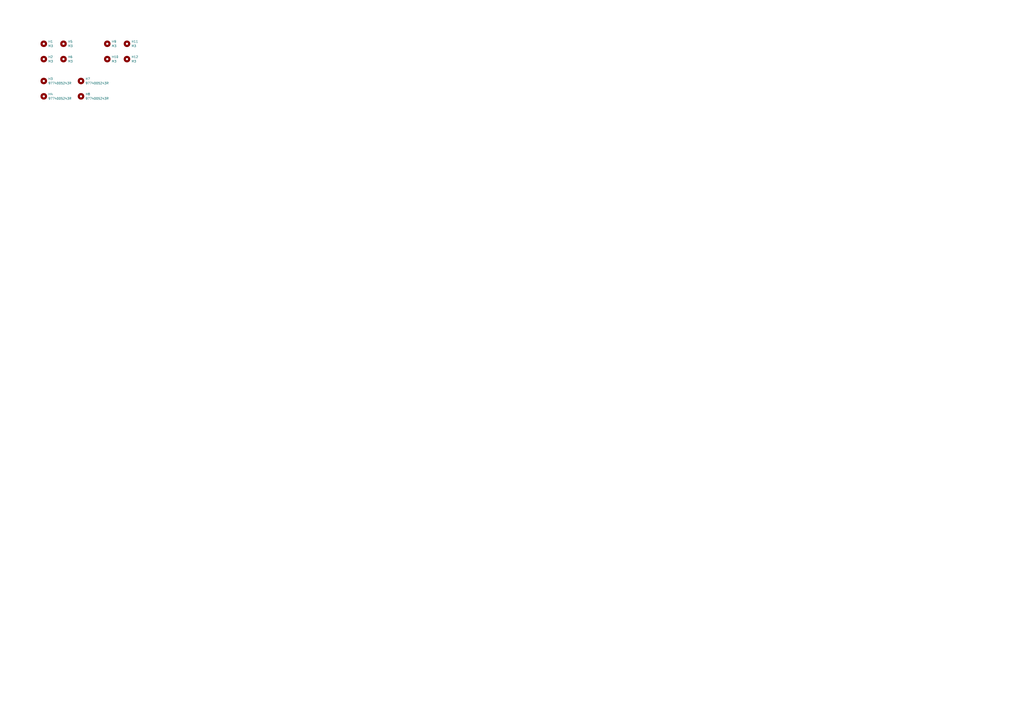
<source format=kicad_sch>
(kicad_sch (version 20230121) (generator eeschema)
  (paper "A2")
  (title_block (title "Kicker") (date "2024-05-23") (rev "3.1") (company "The A-Team (RC SSL)") (comment 1 "W. Stuckey"))
  (lib_symbols
    (symbol "Mechanical:MountingHole" (pin_names (offset 1.016))
      (property "Reference" "H" (at 0 5.08 0))
      (property "Value" "MountingHole" (at 0 3.175 0))
      (symbol "MountingHole_0_1"
        (circle (center 0 0) (radius 1.27) (stroke (width 1.27)))
      )
    )
  )
  (symbol (lib_id "Mechanical:MountingHole") (at 36.83 25.4 0) (unit 1)
    (property "Reference" "H5" (at 39.37 24.13 0) (effects (justify left)))
    (property "Value" "M3" (at 39.37 26.67 0) (effects (justify left)))
    (property "Footprint" "MountingHole:MountingHole_3.2mm_M3_Pad" (effects hide))
  )
  (symbol (lib_id "Mechanical:MountingHole") (at 25.4 55.88 0) (unit 1)
    (property "Reference" "H4" (at 27.94 54.61 0) (effects (justify left)))
    (property "Value" "9774005243R " (at 27.94 57.15 0) (effects (justify left)))
    (property "Footprint" "AT-Mechanical:WE-9774005243R" (effects hide))
  )
  (symbol (lib_id "Mechanical:MountingHole") (at 36.83 34.29 0) (unit 1)
    (property "Reference" "H6" (at 39.37 33.02 0) (effects (justify left)))
    (property "Value" "M3" (at 39.37 35.56 0) (effects (justify left)))
    (property "Footprint" "MountingHole:MountingHole_3.2mm_M3_Pad" (effects hide))
  )
  (symbol (lib_id "Mechanical:MountingHole") (at 25.4 46.99 0) (unit 1)
    (property "Reference" "H3" (at 27.94 45.72 0) (effects (justify left)))
    (property "Value" "9774005243R " (at 27.94 48.26 0) (effects (justify left)))
    (property "Footprint" "AT-Mechanical:WE-9774005243R" (effects hide))
  )
  (symbol (lib_id "Mechanical:MountingHole") (at 46.99 46.99 0) (unit 1)
    (property "Reference" "H7" (at 49.53 45.72 0) (effects (justify left)))
    (property "Value" "9774005243R " (at 49.53 48.26 0) (effects (justify left)))
    (property "Footprint" "AT-Mechanical:WE-9774005243R" (effects hide))
  )
  (symbol (lib_id "Mechanical:MountingHole") (at 73.66 34.29 0) (unit 1)
    (property "Reference" "H12" (at 76.2 33.02 0) (effects (justify left)))
    (property "Value" "M3" (at 76.2 35.56 0) (effects (justify left)))
    (property "Footprint" "MountingHole:MountingHole_3.2mm_M3_Pad" (effects hide))
  )
  (symbol (lib_id "Mechanical:MountingHole") (at 62.23 25.4 0) (unit 1)
    (property "Reference" "H9" (at 64.77 24.13 0) (effects (justify left)))
    (property "Value" "M3" (at 64.77 26.67 0) (effects (justify left)))
    (property "Footprint" "MountingHole:MountingHole_3.2mm_M3_Pad" (effects hide))
  )
  (symbol (lib_id "Mechanical:MountingHole") (at 25.4 25.4 0) (unit 1)
    (property "Reference" "H1" (at 27.94 24.13 0) (effects (justify left)))
    (property "Value" "M3" (at 27.94 26.67 0) (effects (justify left)))
    (property "Footprint" "MountingHole:MountingHole_3.2mm_M3_Pad" (effects hide))
  )
  (symbol (lib_id "Mechanical:MountingHole") (at 25.4 34.29 0) (unit 1)
    (property "Reference" "H2" (at 27.94 33.02 0) (effects (justify left)))
    (property "Value" "M3" (at 27.94 35.56 0) (effects (justify left)))
    (property "Footprint" "MountingHole:MountingHole_3.2mm_M3_Pad" (effects hide))
  )
  (symbol (lib_id "Mechanical:MountingHole") (at 62.23 34.29 0) (unit 1)
    (property "Reference" "H10" (at 64.77 33.02 0) (effects (justify left)))
    (property "Value" "M3" (at 64.77 35.56 0) (effects (justify left)))
    (property "Footprint" "MountingHole:MountingHole_3.2mm_M3_Pad" (effects hide))
  )
  (symbol (lib_id "Mechanical:MountingHole") (at 73.66 25.4 0) (unit 1)
    (property "Reference" "H11" (at 76.2 24.13 0) (effects (justify left)))
    (property "Value" "M3" (at 76.2 26.67 0) (effects (justify left)))
    (property "Footprint" "MountingHole:MountingHole_3.2mm_M3_Pad" (effects hide))
  )
  (symbol (lib_id "Mechanical:MountingHole") (at 46.99 55.88 0) (unit 1)
    (property "Reference" "H8" (at 49.53 54.61 0) (effects (justify left)))
    (property "Value" "9774005243R " (at 49.53 57.15 0) (effects (justify left)))
    (property "Footprint" "AT-Mechanical:WE-9774005243R" (effects hide))
  )
)
</source>
